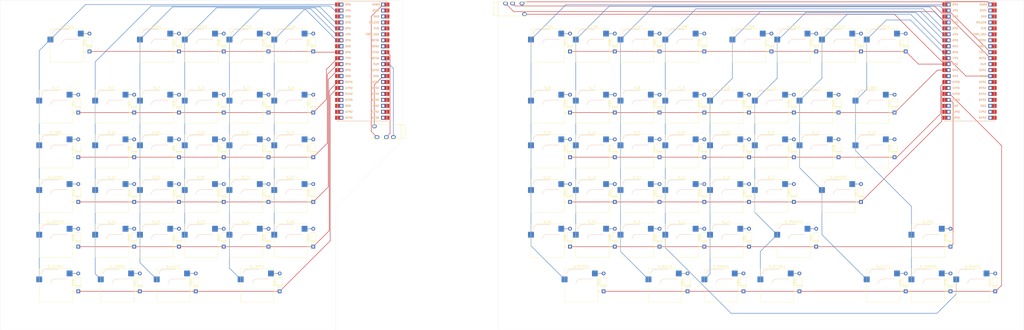
<source format=kicad_pcb>
(kicad_pcb (version 20240108) (generator "pcbnew") (generator_version "8.0")
  (layers (0 "F.Cu" signal) (31 "B.Cu" signal) (34 "B.Paste" user) (35 "F.Paste" user) (36 "B.SilkS" user "B.Silkscreen") (37 "F.SilkS" user "F.Silkscreen") (38 "B.Mask" user) (39 "F.Mask" user) (44 "Edge.Cuts" user))
  (net 0 "")
  (net 1 "Net-(D1-A)")
  (net 2 "L ROW1")
  (net 3 "Net-(D2-A)")
  (net 4 "Net-(D3-A)")
  (net 5 "Net-(D4-A)")
  (net 6 "Net-(D5-A)")
  (net 7 "Net-(D6-A)")
  (net 8 "Net-(D7-A)")
  (net 9 "L ROW2")
  (net 10 "Net-(D8-A)")
  (net 11 "Net-(D9-A)")
  (net 12 "Net-(D10-A)")
  (net 13 "Net-(D11-A)")
  (net 14 "Net-(D12-A)")
  (net 15 "L ROW3")
  (net 16 "Net-(D13-A)")
  (net 17 "Net-(D14-A)")
  (net 18 "Net-(D15-A)")
  (net 19 "Net-(D16-A)")
  (net 20 "Net-(D17-A)")
  (net 21 "Net-(D18-A)")
  (net 22 "Net-(D19-A)")
  (net 23 "L ROW5")
  (net 24 "Net-(D20-A)")
  (net 25 "Net-(D21-A)")
  (net 26 "Net-(D22-A)")
  (net 27 "Net-(D23-A)")
  (net 28 "Net-(D24-A)")
  (net 29 "Net-(D25-A)")
  (net 30 "L ROW0")
  (net 31 "Net-(D26-A)")
  (net 32 "Net-(D27-A)")
  (net 33 "Net-(D28-A)")
  (net 34 "Net-(D29-A)")
  (net 35 "Net-(D30-A)")
  (net 36 "Net-(D31-A)")
  (net 37 "Net-(D32-A)")
  (net 38 "R ROW1")
  (net 39 "Net-(D33-A)")
  (net 40 "Net-(D34-A)")
  (net 41 "Net-(D35-A)")
  (net 42 "Net-(D36-A)")
  (net 43 "Net-(D37-A)")
  (net 44 "Net-(D38-A)")
  (net 45 "Net-(D39-A)")
  (net 46 "Net-(D40-A)")
  (net 47 "Net-(D41-A)")
  (net 48 "R ROW2")
  (net 49 "Net-(D42-A)")
  (net 50 "Net-(D43-A)")
  (net 51 "Net-(D44-A)")
  (net 52 "Net-(D45-A)")
  (net 53 "Net-(D46-A)")
  (net 54 "Net-(D47-A)")
  (net 55 "Net-(D48-A)")
  (net 56 "Net-(D49-A)")
  (net 57 "R ROW3")
  (net 58 "Net-(D50-A)")
  (net 59 "Net-(D51-A)")
  (net 60 "Net-(D52-A)")
  (net 61 "Net-(D53-A)")
  (net 62 "Net-(D54-A)")
  (net 63 "Net-(D55-A)")
  (net 64 "Net-(D56-A)")
  (net 65 "R ROW5")
  (net 66 "Net-(D57-A)")
  (net 67 "Net-(D58-A)")
  (net 68 "Net-(D59-A)")
  (net 69 "Net-(D60-A)")
  (net 70 "Net-(D61-A)")
  (net 71 "Net-(D62-A)")
  (net 72 "Net-(D63-A)")
  (net 73 "Net-(D64-A)")
  (net 74 "Net-(D65-A)")
  (net 75 "Net-(D66-A)")
  (net 76 "Net-(D67-A)")
  (net 77 "R ROW0")
  (net 78 "Net-(D68-A)")
  (net 79 "Net-(D69-A)")
  (net 80 "Net-(D70-A)")
  (net 81 "Net-(D71-A)")
  (net 82 "Net-(D72-A)")
  (net 83 "Net-(D73-A)")
  (net 84 "Net-(D74-A)")
  (net 85 "Net-(D75-A)")
  (net 86 "Net-(D76-A)")
  (net 87 "Net-(D77-A)")
  (net 88 "Net-(D78-A)")
  (net 89 "L COL4")
  (net 90 "R COL5")
  (net 91 "R COL2")
  (net 92 "R COL6")
  (net 93 "R COL4")
  (net 94 "L COL1")
  (net 95 "L COL2")
  (net 96 "L COL3")
  (net 97 "L COL5")
  (net 98 "R COL0")
  (net 99 "R COL1")
  (net 100 "R COL7")
  (net 101 "L COL0")
  (net 106 "Net-(U1-GPIO26_ADC0)")
  (net 117 "Net-(U1-VBUS)")
  (net 119 "Net-(U3-SLEEVE)")
  (net 127 "Net-(U1-GPIO27_ADC1)")
  (net 142 "GND")
  (net 148 "R COL3")
  (net 149 "L ROW4")
  (net 150 "R ROW4")
  (net 151 "Net-(U2-GPIO27_ADC1)")
  (net 152 "unconnected-(U2-GND-Pad38)")
  (net 153 "Net-(U2-GPIO26_ADC0)")
  (net 154 "Net-(U4-SLEEVE)")
  (net 158 "Net-(U2-VBUS)")
  (footprint "Diode_THT:D_DO-35_SOD27_P7.62mm_Horizontal" (layer "F.Cu") (at 583.09575 231.14 90)
    (property "Reference" "D61")
    (property "Value" "Diode")
  )
  (footprint "Diode_THT:D_DO-35_SOD27_P7.62mm_Horizontal" (layer "F.Cu") (at 340.467 231.14 90)
    (property "Reference" "D21")
    (property "Value" "Diode")
  )
  (footprint "Diode_THT:D_DO-35_SOD27_P7.62mm_Horizontal" (layer "F.Cu") (at 359.517 147.955 90)
    (property "Reference" "D28")
    (property "Value" "Diode")
  )
  (footprint "Diode_THT:D_DO-35_SOD27_P7.62mm_Horizontal" (layer "F.Cu") (at 340.467 173.99 90)
    (property "Reference" "D3")
    (property "Value" "Diode")
  )
  (footprint "ScottoKeebs_MCU:Raspberry_Pi_Pico" (layer "F.Cu") (at 418.465 152.0825)
    (property "Reference" "U1" (hide yes))
    (property "Value" "Raspberry_Pi_Pico" (hide yes))
  )
  (footprint "Diode_THT:D_DO-35_SOD27_P7.62mm_Horizontal" (layer "F.Cu") (at 297.6045 173.99 90)
    (property "Reference" "D1")
    (property "Value" "Diode")
  )
  (footprint "Diode_THT:D_DO-35_SOD27_P7.62mm_Horizontal" (layer "F.Cu") (at 506.89575 231.14 90)
    (property "Reference" "D56")
    (property "Value" "Diode")
  )
  (footprint "Diode_THT:D_DO-35_SOD27_P7.62mm_Horizontal" (layer "F.Cu") (at 611.67075 147.955 90)
    (property "Reference" "D72")
    (property "Value" "Diode")
  )
  (footprint "ScottoKeebs_Components:TRRS_PJ-320A" (layer "F.Cu") (at 476.25 129.778125 90)
    (property "Reference" "U4")
    (property "Value" "TRRS")
  )
  (footprint "Diode_THT:D_DO-35_SOD27_P7.62mm_Horizontal" (layer "F.Cu") (at 378.567 231.14 90)
    (property "Reference" "D23")
    (property "Value" "Diode")
  )
  (footprint "ScottoKeebs_Hotswap:Hotswap_MX_1.25u" (layer "F.Cu") (at 338.07875 247.65)
    (property "Reference" "S_LALT1")
    (property "Value" "Keyswitch")
  )
  (footprint "ScottoKeebs_Hotswap:Hotswap_MX_1.00u" (layer "F.Cu") (at 311.885 209.55)
    (property "Reference" "S_A1")
    (property "Value" "Keyswitch")
  )
  (footprint "ScottoKeebs_Hotswap:Hotswap_MX_1.00u" (layer "F.Cu") (at 535.46375 145.415)
    (property "Reference" "S_FN7")
    (property "Value" "Keyswitch")
  )
  (footprint "Diode_THT:D_DO-35_SOD27_P7.62mm_Horizontal" (layer "F.Cu") (at 630.72075 212.09 90)
    (property "Reference" "D57")
    (property "Value" "Diode")
  )
  (footprint "ScottoKeebs_Hotswap:Hotswap_MX_1.00u" (layer "F.Cu") (at 535.46375 190.5)
    (property "Reference" "S_I1")
    (property "Value" "Keyswitch")
  )
  (footprint "ScottoKeebs_Hotswap:Hotswap_MX_1.00u" (layer "F.Cu") (at 659.28875 228.6)
    (property "Reference" "S_UP1")
    (property "Value" "Keyswitch")
  )
  (footprint "Diode_THT:D_DO-35_SOD27_P7.62mm_Horizontal" (layer "F.Cu") (at 621.19575 193.04 90)
    (property "Reference" "D48")
    (property "Value" "Diode")
  )
  (footprint "ScottoKeebs_Hotswap:Hotswap_MX_1.00u" (layer "F.Cu") (at 388.085 171.45)
    (property "Reference" "S_5")
    (property "Value" "Keyswitch")
  )
  (footprint "ScottoKeebs_Hotswap:Hotswap_MX_1.00u" (layer "F.Cu") (at 388.085 145.415)
    (property "Reference" "S_FN4")
    (property "Value" "Keyswitch")
  )
  (footprint "ScottoKeebs_Hotswap:Hotswap_MX_1.00u" (layer "F.Cu") (at 369.035 209.55)
    (property "Reference" "S_F1")
    (property "Value" "Keyswitch")
  )
  (footprint "Diode_THT:D_DO-35_SOD27_P7.62mm_Horizontal" (layer "F.Cu") (at 583.09575 193.04 90)
    (property "Reference" "D46")
    (property "Value" "Diode")
  )
  (footprint "ScottoKeebs_Hotswap:Hotswap_MX_1.00u" (layer "F.Cu") (at 311.885 228.6)
    (property "Reference" "S_Z1")
    (property "Value" "Keyswitch")
  )
  (footprint "ScottoKeebs_Hotswap:Hotswap_MX_1.00u" (layer "F.Cu") (at 592.61375 209.55)
    (property "Reference" "S_'1")
    (property "Value" "Keyswitch")
  )
  (footprint "ScottoKeebs_Hotswap:Hotswap_MX_1.25u" (layer "F.Cu") (at 314.26625 247.65)
    (property "Reference" "S_LMOD1")
    (property "Value" "Keyswitch")
  )
  (footprint "Diode_THT:D_DO-35_SOD27_P7.62mm_Horizontal" (layer "F.Cu") (at 323.79825 250.19 90)
    (property "Reference" "D31")
    (property "Value" "Diode")
  )
  (footprint "Diode_THT:D_DO-35_SOD27_P7.62mm_Horizontal" (layer "F.Cu") (at 645.00825 193.04 90)
    (property "Reference" "D49")
    (property "Value" "Diode")
  )
  (footprint "Diode_THT:D_DO-35_SOD27_P7.62mm_Horizontal" (layer "F.Cu") (at 297.6045 193.04 90)
    (property "Reference" "D7")
    (property "Value" "Diode")
  )
  (footprint "ScottoKeebs_Hotswap:Hotswap_MX_1.00u" (layer "F.Cu") (at 535.46375 228.6)
    (property "Reference" "S_,1")
    (property "Value" "Keyswitch")
  )
  (footprint "ScottoKeebs_Hotswap:Hotswap_MX_1.00u" (layer "F.Cu") (at 330.935 145.415)
    (property "Reference" "S_FN1")
    (property "Value" "Keyswitch")
  )
  (footprint "Diode_THT:D_DO-35_SOD27_P7.62mm_Horizontal" (layer "F.Cu") (at 602.14575 212.09 90)
    (property "Reference" "D55")
    (property "Value" "Diode")
  )
  (footprint "ScottoKeebs_Hotswap:Hotswap_MX_1.50u" (layer "F.Cu") (at 288.0725 171.45)
    (property "Reference" "S_`1")
    (property "Value" "Keyswitch")
  )
  (footprint "Diode_THT:D_DO-35_SOD27_P7.62mm_Horizontal" (layer "F.Cu") (at 544.99575 173.99 90)
    (property "Reference" "D36")
    (property "Value" "Diode")
  )
  (footprint "Diode_THT:D_DO-35_SOD27_P7.62mm_Horizontal" (layer "F.Cu") (at 583.09575 173.99 90)
    (property "Reference" "D38")
    (property "Value" "Diode")
  )
  (footprint "Diode_THT:D_DO-35_SOD27_P7.62mm_Horizontal" (layer "F.Cu") (at 506.89575 147.955 90)
    (property "Reference" "D67")
    (property "Value" "Diode")
  )
  (footprint "Diode_THT:D_DO-35_SOD27_P7.62mm_Horizontal" (layer "F.Cu") (at 321.417 231.14 90)
    (property "Reference" "D20")
    (property "Value" "Diode")
  )
  (footprint "ScottoKeebs_Hotswap:Hotswap_MX_1.00u" (layer "F.Cu") (at 369.035 190.5)
    (property "Reference" "S_R1")
    (property "Value" "Keyswitch")
  )
  (footprint "ScottoKeebs_Hotswap:Hotswap_MX_1.00u" (layer "F.Cu") (at 583.08875 145.415)
    (property "Reference" "S_FN9")
    (property "Value" "Keyswitch")
  )
  (footprint "ScottoKeebs_Hotswap:Hotswap_MX_1.00u" (layer "F.Cu") (at 554.51375 145.415)
    (property "Reference" "S_FN8")
    (property "Value" "Keyswitch")
  )
  (footprint "ScottoKeebs_Hotswap:Hotswap_MX_1.00u" (layer "F.Cu") (at 611.66375 190.5)
    (property "Reference" "S_]1")
    (property "Value" "Keyswitch")
  )
  (footprint "ScottoKeebs_Hotswap:Hotswap_MX_1.00u" (layer "F.Cu") (at 369.035 171.45)
    (property "Reference" "S_4")
    (property "Value" "Keyswitch")
  )
  (footprint "ScottoKeebs_Hotswap:Hotswap_MX_1.00u" (layer "F.Cu") (at 369.035 145.415)
    (property "Reference" "S_FN3")
    (property "Value" "Keyswitch")
  )
  (footprint "ScottoKeebs_Hotswap:Hotswap_MX_1.00u" (layer "F.Cu") (at 602.13875 145.415)
    (property "Reference" "S_FN10")
    (property "Value" "Keyswitch")
  )
  (footprint "Diode_THT:D_DO-35_SOD27_P7.62mm_Horizontal" (layer "F.Cu") (at 521.18325 250.19 90)
    (property "Reference" "D63")
    (property "Value" "Diode")
  )
  (footprint "ScottoKeebs_Hotswap:Hotswap_MX_1.00u" (layer "F.Cu") (at 573.56375 171.45)
    (property "Reference" "S_0")
    (property "Value" "Keyswitch")
  )
  (footprint "Diode_THT:D_DO-35_SOD27_P7.62mm_Horizontal" (layer "F.Cu") (at 506.89575 193.04 90)
    (property "Reference" "D42")
    (property "Value" "Diode")
  )
  (footprint "ScottoKeebs_Hotswap:Hotswap_MX_1.00u" (layer "F.Cu") (at 330.935 209.55)
    (property "Reference" "S_S1")
    (property "Value" "Keyswitch")
  )
  (footprint "Diode_THT:D_DO-35_SOD27_P7.62mm_Horizontal" (layer "F.Cu") (at 340.467 193.04 90)
    (property "Reference" "D9")
    (property "Value" "Diode")
  )
  (footprint "ScottoKeebs_Hotswap:Hotswap_MX_1.00u" (layer "F.Cu") (at 349.985 228.6)
    (property "Reference" "S_C1")
    (property "Value" "Keyswitch")
  )
  (footprint "Diode_THT:D_DO-35_SOD27_P7.62mm_Horizontal" (layer "F.Cu") (at 525.94575 147.955 90)
    (property "Reference" "D68")
    (property "Value" "Diode")
  )
  (footprint "Diode_THT:D_DO-35_SOD27_P7.62mm_Horizontal" (layer "F.Cu") (at 564.04575 231.14 90)
    (property "Reference" "D60")
    (property "Value" "Diode")
  )
  (footprint "Diode_THT:D_DO-35_SOD27_P7.62mm_Horizontal" (layer "F.Cu") (at 347.61075 250.19 90)
    (property "Reference" "D32")
    (property "Value" "Diode")
  )
  (footprint "Diode_THT:D_DO-35_SOD27_P7.62mm_Horizontal" (layer "F.Cu") (at 397.617 173.99 90)
    (property "Reference" "D6")
    (property "Value" "Diode")
  )
  (footprint "Diode_THT:D_DO-35_SOD27_P7.62mm_Horizontal" (layer "F.Cu") (at 321.417 173.99 90)
    (property "Reference" "D2")
    (property "Value" "Diode")
  )
  (footprint "Diode_THT:D_DO-35_SOD27_P7.62mm_Horizontal" (layer "F.Cu") (at 544.99575 212.09 90)
    (property "Reference" "D52")
    (property "Value" "Diode")
  )
  (footprint "Diode_THT:D_DO-35_SOD27_P7.62mm_Horizontal" (layer "F.Cu") (at 359.517 173.99 90)
    (property "Reference" "D4")
    (property "Value" "Diode")
  )
  (footprint "Diode_THT:D_DO-35_SOD27_P7.62mm_Horizontal" (layer "F.Cu") (at 564.04575 173.99 90)
    (property "Reference" "D37")
    (property "Value" "Diode")
  )
  (footprint "ScottoKeebs_Hotswap:Hotswap_MX_1.00u" (layer "F.Cu") (at 349.985 171.45)
    (property "Reference" "S_3")
    (property "Value" "Keyswitch")
  )
  (footprint "Diode_THT:D_DO-35_SOD27_P7.62mm_Horizontal" (layer "F.Cu") (at 525.94575 193.04 90)
    (property "Reference" "D43")
    (property "Value" "Diode")
  )
  (footprint "ScottoKeebs_Hotswap:Hotswap_MX_1.00u" (layer "F.Cu") (at 311.885 171.45)
    (property "Reference" "S_1")
    (property "Value" "Keyswitch")
  )
  (footprint "ScottoKeebs_Hotswap:Hotswap_MX_1.00u" (layer "F.Cu") (at 516.41375 190.5)
    (property "Reference" "S_U1")
    (property "Value" "Keyswitch")
  )
  (footprint "ScottoKeebs_Hotswap:Hotswap_MX_1.25u" (layer "F.Cu") (at 571.1825 247.65)
    (property "Reference" "S_RMOD1")
    (property "Value" "Keyswitch")
  )
  (footprint "ScottoKeebs_Hotswap:Hotswap_MX_1.00u" (layer "F.Cu") (at 369.035 228.6)
    (property "Reference" "S_V1")
    (property "Value" "Keyswitch")
  )
  (footprint "Diode_THT:D_DO-35_SOD27_P7.62mm_Horizontal" (layer "F.Cu") (at 556.902 250.19 90)
    (property "Reference" "D64")
    (property "Value" "Diode")
  )
  (footprint "ScottoKeebs_Hotswap:Hotswap_MX_1.00u" (layer "F.Cu") (at 497.36375 209.55)
    (property "Reference" "S_H1")
    (property "Value" "Keyswitch")
  )
  (footprint "ScottoKeebs_Hotswap:Hotswap_MX_1.00u" (layer "F.Cu") (at 611.66375 171.45)
    (property "Reference" "S_-1")
    (property "Value" "Keyswitch")
  )
  (footprint "ScottoKeebs_Hotswap:Hotswap_MX_1.00u" (layer "F.Cu") (at 592.61375 190.5)
    (property "Reference" "S_[1")
    (property "Value" "Keyswitch")
  )
  (footprint "ScottoKeebs_Hotswap:Hotswap_MX_1.00u" (layer "F.Cu") (at 678.33875 247.65)
    (property "Reference" "S_RIGHT1")
    (property "Value" "Keyswitch")
  )
  (footprint "ScottoKeebs_Hotswap:Hotswap_MX_1.00u" (layer "F.Cu") (at 516.41375 228.6)
    (property "Reference" "S_M1")
    (property "Value" "Keyswitch")
  )
  (footprint "Diode_THT:D_DO-35_SOD27_P7.62mm_Horizontal" (layer "F.Cu") (at 687.87075 250.19 90)
    (property "Reference" "D77")
    (property "Value" "Diode")
  )
  (footprint "ScottoKeebs_Hotswap:Hotswap_MX_1.00u" (layer "F.Cu") (at 330.935 228.6)
    (property "Reference" "S_X1")
    (property "Value" "Keyswitch")
  )
  (footprint "Diode_THT:D_DO-35_SOD27_P7.62mm_Horizontal" (layer "F.Cu") (at 302.367 147.955 90)
    (property "Reference" "D25")
    (property "Value" "Diode")
  )
  (footprint "Diode_THT:D_DO-35_SOD27_P7.62mm_Horizontal" (layer "F.Cu") (at 297.6045 250.19 90)
    (property "Reference" "D26")
    (property "Value" "Diode")
  )
  (footprint "ScottoKeebs_Hotswap:Hotswap_MX_1.00u" (layer "F.Cu") (at 640.23875 247.65)
    (property "Reference" "S_LEFT1")
    (property "Value" "Keyswitch")
  )
  (footprint "ScottoKeebs_Hotswap:Hotswap_MX_1.00u" (layer "F.Cu") (at 621.18875 145.415)
    (property "Reference" "S_FN11")
    (property "Value" "Keyswitch")
  )
  (footprint "Diode_THT:D_DO-35_SOD27_P7.62mm_Horizontal" (layer "F.Cu") (at 564.04575 147.955 90)
    (property "Reference" "D70")
    (property "Value" "Diode")
  )
  (footprint "Diode_THT:D_DO-35_SOD27_P7.62mm_Horizontal" (layer "F.Cu") (at 592.62075 147.955 90)
    (property "Reference" "D71")
    (property "Value" "Diode")
  )
  (footprint "Diode_THT:D_DO-35_SOD27_P7.62mm_Horizontal" (layer "F.Cu") (at 506.89575 173.99 90)
    (property "Reference" "D33")
    (property "Value" "Diode")
  )
  (footprint "Diode_THT:D_DO-35_SOD27_P7.62mm_Horizontal" (layer "F.Cu") (at 321.417 193.04 90)
    (property "Reference" "D8")
    (property "Value" "Diode")
  )
  (footprint "Diode_THT:D_DO-35_SOD27_P7.62mm_Horizontal" (layer "F.Cu") (at 564.04575 193.04 90)
    (property "Reference" "D45")
    (property "Value" "Diode")
  )
  (footprint "ScottoKeebs_Hotswap:Hotswap_MX_1.00u" (layer "F.Cu") (at 573.56375 209.55)
    (property "Reference" "S_;1")
    (property "Value" "Keyswitch")
  )
  (footprint "Diode_THT:D_DO-35_SOD27_P7.62mm_Horizontal" (layer "F.Cu") (at 525.94575 231.14 90)
    (property "Reference" "D58")
    (property "Value" "Diode")
  )
  (footprint "ScottoKeebs_Hotswap:Hotswap_MX_1.00u" (layer "F.Cu") (at 330.935 190.5)
    (property "Reference" "S_W1")
    (property "Value" "Keyswitch")
  )
  (footprint "Diode_THT:D_DO-35_SOD27_P7.62mm_Horizontal" (layer "F.Cu") (at 544.99575 147.955 90)
    (property "Reference" "D69")
    (property "Value" "Diode")
  )
  (footprint "Diode_THT:D_DO-35_SOD27_P7.62mm_Horizontal" (layer "F.Cu") (at 378.567 193.04 90)
    (property "Reference" "D11")
    (property "Value" "Diode")
  )
  (footprint "ScottoKeebs_Hotswap:Hotswap_MX_1.00u" (layer "F.Cu") (at 516.41375 171.45)
    (property "Reference" "S_7")
    (property "Value" "Keyswitch")
  )
  (footprint "Diode_THT:D_DO-35_SOD27_P7.62mm_Horizontal" (layer "F.Cu") (at 378.567 212.09 90)
    (property "Reference" "D17")
    (property "Value" "Diode")
  )
  (footprint "ScottoKeebs_Hotswap:Hotswap_MX_1.00u" (layer "F.Cu") (at 349.985 209.55)
    (property "Reference" "S_D1")
    (property "Value" "Keyswitch")
  )
  (footprint "Diode_THT:D_DO-35_SOD27_P7.62mm_Horizontal" (layer "F.Cu") (at 604.527 250.19 90)
    (property "Reference" "D66")
    (property "Value" "Diode")
  )
  (footprint "Diode_THT:D_DO-35_SOD27_P7.62mm_Horizontal" (layer "F.Cu") (at 668.82075 250.19 90)
    (property "Reference" "D76")
    (property "Value" "Diode")
  )
  (footprint "ScottoKeebs_Hotswap:Hotswap_MX_2.50u" (layer "F.Cu") (at 373.7975 247.65)
    (property "Reference" "S_LSPC1")
    (property "Value" "Keyswitch")
  )
  (footprint "ScottoKeebs_Components:TRRS_PJ-320A" (layer "F.Cu") (at 434.928125 182.165625 -90)
    (property "Reference" "U3")
    (property "Value" "TRRS")
  )
  (footprint "ScottoKeebs_Hotswap:Hotswap_MX_1.00u" (layer "F.Cu") (at 497.36375 228.6)
    (property "Reference" "S_N1")
    (property "Value" "Keyswitch")
  )
  (footprint "Diode_THT:D_DO-35_SOD27_P7.62mm_Horizontal" (layer "F.Cu") (at 668.82075 231.14 90)
    (property "Reference" "D78")
    (property "Value" "Diode")
  )
  (footprint "ScottoKeebs_Hotswap:Hotswap_MX_1.00u" (layer "F.Cu") (at 388.085 209.55)
    (property "Reference" "S_G1")
    (property "Value" "Keyswitch")
  )
  (footprint "ScottoKeebs_Hotswap:Hotswap_MX_1.00u" (layer "F.Cu") (at 554.51375 171.45)
    (property "Reference" "S_9")
    (property "Value" "Keyswitch")
  )
  (footprint "Diode_THT:D_DO-35_SOD27_P7.62mm_Horizontal" (layer "F.Cu") (at 397.617 147.955 90)
    (property "Reference" "D30")
    (property "Value" "Diode")
  )
  (footprint "ScottoKeebs_Hotswap:Hotswap_MX_1.00u" (layer "F.Cu") (at 497.36375 190.5)
    (property "Reference" "S_Y1")
    (property "Value" "Keyswitch")
  )
  (footprint "Diode_THT:D_DO-35_SOD27_P7.62mm_Horizontal" (layer "F.Cu") (at 378.567 173.99 90)
    (property "Reference" "D5")
    (property "Value" "Diode")
  )
  (footprint "ScottoKeebs_Hotswap:Hotswap_MX_1.00u" (layer "F.Cu") (at 659.28875 247.65)
    (property "Reference" "S_DOWN2")
    (property "Value" "Keyswitch")
  )
  (footprint "ScottoKeebs_Hotswap:Hotswap_MX_1.00u" (layer "F.Cu") (at 640.23875 145.415)
    (property "Reference" "S_FN12")
    (property "Value" "Keyswitch")
  )
  (footprint "Diode_THT:D_DO-35_SOD27_P7.62mm_Horizontal" (layer "F.Cu") (at 649.77075 147.955 90)
    (property "Reference" "D74")
    (property "Value" "Diode")
  )
  (footprint "Diode_THT:D_DO-35_SOD27_P7.62mm_Horizontal" (layer "F.Cu") (at 602.14575 173.99 90)
    (property "Reference" "D39")
    (property "Value" "Diode")
  )
  (footprint "Diode_THT:D_DO-35_SOD27_P7.62mm_Horizontal" (layer "F.Cu") (at 611.67075 231.14 90)
    (property "Reference" "D62")
    (property "Value" "Diode")
  )
  (footprint "Diode_THT:D_DO-35_SOD27_P7.62mm_Horizontal" (layer "F.Cu") (at 544.99575 231.14 90)
    (property "Reference" "D59")
    (property "Value" "Diode")
  )
  (footprint "ScottoKeebs_Hotswap:Hotswap_MX_1.00u" (layer "F.Cu") (at 497.36375 171.45)
    (property "Reference" "S_6")
    (property "Value" "Keyswitch")
  )
  (footprint "Diode_THT:D_DO-35_SOD27_P7.62mm_Horizontal" (layer "F.Cu") (at 506.89575 212.09 90)
    (property "Reference" "D50")
    (property "Value" "Diode")
  )
  (footprint "Diode_THT:D_DO-35_SOD27_P7.62mm_Horizontal" (layer "F.Cu") (at 321.417 212.09 90)
    (property "Reference" "D14")
    (property "Value" "Diode")
  )
  (footprint "ScottoKeebs_Hotswap:Hotswap_MX_1.00u" (layer "F.Cu") (at 535.46375 209.55)
    (property "Reference" "S_K1")
    (property "Value" "Keyswitch")
  )
  (footprint "ScottoKeebs_Hotswap:Hotswap_MX_1.50u" (layer "F.Cu") (at 635.47625 190.5)
    (property "Reference" "S_\\1")
    (property "Value" "Keyswitch")
  )
  (footprint "Diode_THT:D_DO-35_SOD27_P7.62mm_Horizontal" (layer "F.Cu") (at 359.517 231.14 90)
    (property "Reference" "D22")
    (property "Value" "Diode")
  )
  (footprint "ScottoKeebs_MCU:Raspberry_Pi_Pico" (layer "F.Cu") (at 676.91 152.0825)
    (property "Reference" "U2" (hide yes))
    (property "Value" "Raspberry_Pi_Pico" (hide yes))
  )
  (footprint "Diode_THT:D_DO-35_SOD27_P7.62mm_Horizontal" (layer "F.Cu") (at 340.467 212.09 90)
    (property "Reference" "D15")
    (property "Value" "Diode")
  )
  (footprint "ScottoKeebs_Hotswap:Hotswap_MX_1.00u" (layer "F.Cu") (at 554.51375 190.5)
    (property "Reference" "S_O1")
    (property "Value" "Keyswitch")
  )
  (footprint "Diode_THT:D_DO-35_SOD27_P7.62mm_Horizontal" (layer "F.Cu") (at 621.19575 173.99 90)
    (property "Reference" "D40")
    (property "Value" "Diode")
  )
  (footprint "Diode_THT:D_DO-35_SOD27_P7.62mm_Horizontal" (layer "F.Cu") (at 649.77075 250.19 90)
    (property "Reference" "D75")
    (property "Value" "Diode")
  )
  (footprint "Diode_THT:D_DO-35_SOD27_P7.62mm_Horizontal" (layer "F.Cu") (at 383.3295 250.19 90)
    (property "Reference" "D34")
    (property "Value" "Diode")
  )
  (footprint "ScottoKeebs_Hotswap:Hotswap_MX_1.25u" (layer "F.Cu") (at 594.995 247.65)
    (property "Reference" "S_RCTRL1")
    (property "Value" "Keyswitch")
  )
  (footprint "ScottoKeebs_Hotswap:Hotswap_MX_2.50u" (layer "F.Cu") (at 511.65125 247.65)
    (property "Reference" "S_RSPC1")
    (property "Value" "Keyswitch")
  )
  (footprint "Diode_THT:D_DO-35_SOD27_P7.62mm_Horizontal" (layer "F.Cu") (at 378.567 147.955 90)
    (property "Reference" "D29")
    (property "Value" "Diode")
  )
  (footprint "Diode_THT:D_DO-35_SOD27_P7.62mm_Horizontal" (layer "F.Cu") (at 297.6045 212.09 90)
    (property "Reference" "D13")
    (property "Value" "Diode")
  )
  (footprint "Diode_THT:D_DO-35_SOD27_P7.62mm_Horizontal" (layer "F.Cu") (at 580.7145 250.19 90)
    (property "Reference" "D65")
    (property "Value" "Diode")
  )
  (footprint "ScottoKeebs_Hotswap:Hotswap_MX_1.50u" (layer "F.Cu") (at 288.0725 247.65)
    (property "Reference" "S_LCTRL1")
    (property "Value" "Keyswitch")
  )
  (footprint "ScottoKeebs_Hotswap:Hotswap_MX_1.00u" (layer "F.Cu") (at 516.41375 209.55)
    (property "Reference" "S_J1")
    (property "Value" "Keyswitch")
  )
  (footprint "ScottoKeebs_Hotswap:Hotswap_MX_1.50u" (layer "F.Cu") (at 635.47625 171.45)
    (property "Reference" "S_BS1")
    (property "Value" "Keyswitch")
  )
  (footprint "ScottoKeebs_Hotswap:Hotswap_MX_1.50u" (layer "F.Cu") (at 288.0725 228.6)
    (property "Reference" "S_LSHIFT1")
    (property "Value" "Keyswitch")
  )
  (footprint "ScottoKeebs_Hotswap:Hotswap_MX_1.00u" (layer "F.Cu") (at 330.935 171.45)
    (property "Reference" "S_2")
    (property "Value" "Keyswitch")
  )
  (footprint "ScottoKeebs_Hotswap:Hotswap_MX_1.00u" (layer "F.Cu") (at 497.36375 145.415)
    (property "Reference" "S_FN5")
    (property "Value" "Keyswitch")
  )
  (footprint "ScottoKeebs_Hotswap:Hotswap_MX_1.00u" (layer "F.Cu") (at 349.985 145.415)
    (property "Reference" "S_FN2")
    (property "Value" "Keyswitch")
  )
  (footprint "Diode_THT:D_DO-35_SOD27_P7.62mm_Horizontal" (layer "F.Cu") (at 602.14575 193.04 90)
    (property "Reference" "D47")
    (property "Value" "Diode")
  )
  (footprint "Diode_THT:D_DO-35_SOD27_P7.62mm_Horizontal" (layer "F.Cu") (at 525.94575 212.09 90)
    (property "Reference" "D51")
    (property "Value" "Diode")
  )
  (footprint "ScottoKeebs_Hotswap:Hotswap_MX_1.00u" (layer "F.Cu") (at 388.085 228.6)
    (property "Reference" "S_B1")
    (property "Value" "Keyswitch")
  )
  (footprint "ScottoKeebs_Hotswap:Hotswap_MX_2.00u" (layer "F.Cu") (at 292.835 145.415)
    (property "Reference" "S_ESC1")
    (property "Value" "Keyswitch")
  )
  (footprint "Diode_THT:D_DO-35_SOD27_P7.62mm_Horizontal" (layer "F.Cu") (at 397.617 231.14 90)
    (property "Reference" "D24")
    (property "Value" "Diode")
  )
  (footprint "Diode_THT:D_DO-35_SOD27_P7.62mm_Horizontal" (layer "F.Cu") (at 359.517 212.09 90)
    (property "Reference" "D16")
    (property "Value" "Diode")
  )
  (footprint "ScottoKeebs_Hotswap:Hotswap_MX_1.00u" (layer "F.Cu") (at 554.51375 228.6)
    (property "Reference" "S_.1")
    (property "Value" "Keyswitch")
  )
  (footprint "Diode_THT:D_DO-35_SOD27_P7.62mm_Horizontal" (layer "F.Cu") (at 583.09575 212.09 90)
    (property "Reference" "D54")
    (property "Value" "Diode")
  )
  (footprint "Diode_THT:D_DO-35_SOD27_P7.62mm_Horizontal" (layer "F.Cu") (at 340.467 147.955 90)
    (property "Reference" "D27")
    (property "Value" "Diode")
  )
  (footprint "ScottoKeebs_Hotswap:Hotswap_MX_1.00u" (layer "F.Cu") (at 573.56375 190.5)
    (property "Reference" "S_P1")
    (property "Value" "Keyswitch")
  )
  (footprint "Diode_THT:D_DO-35_SOD27_P7.62mm_Horizontal" (layer "F.Cu") (at 397.617 193.04 90)
    (property "Reference" "D12")
    (property "Value" "Diode")
  )
  (footprint "Diode_THT:D_DO-35_SOD27_P7.62mm_Horizontal" (layer "F.Cu") (at 544.99575 193.04 90)
    (property "Reference" "D44")
    (property "Value" "Diode")
  )
  (footprint "Diode_THT:D_DO-35_SOD27_P7.62mm_Horizontal" (layer "F.Cu") (at 645.00825 173.99 90)
    (property "Reference" "D41")
    (property "Value" "Diode")
  )
  (footprint "ScottoKeebs_Hotswap:Hotswap_MX_1.00u" (layer "F.Cu") (at 554.51375 209.55)
    (property "Reference" "S_L1")
    (property "Value" "Keyswitch")
  )
  (footprint "Diode_THT:D_DO-35_SOD27_P7.62mm_Horizontal" (layer "F.Cu") (at 397.617 212.09 90)
    (property "Reference" "D18")
    (property "Value" "Diode")
  )
  (footprint "ScottoKeebs_Hotswap:Hotswap_MX_1.50u" (layer "F.Cu") (at 288.0725 209.55)
    (property "Reference" "S_CAPS1")
    (property "Value" "Keyswitch")
  )
  (footprint "ScottoKeebs_Hotswap:Hotswap_MX_2.00u" (layer "F.Cu") (at 602.13875 228.6)
    (property "Reference" "S_RSHIFT1")
    (property "Value" "Keyswitch")
  )
  (footprint "ScottoKeebs_Hotswap:Hotswap_MX_1.00u" (layer "F.Cu") (at 592.61375 171.45)
    (property "Reference" "S_+1")
    (property "Value" "Keyswitch")
  )
  (footprint "ScottoKeebs_Hotswap:Hotswap_MX_1.00u" (layer "F.Cu") (at 573.56375 228.6)
    (property "Reference" "S_/1")
    (property "Value" "Keyswitch")
  )
  (footprint "ScottoKeebs_Hotswap:Hotswap_MX_2.00u" (layer "F.Cu") (at 621.18875 209.55)
    (property "Reference" "S_ENTER1")
    (property "Value" "Keyswitch")
  )
  (footprint "Diode_THT:D_DO-35_SOD27_P7.62mm_Horizontal" (layer "F.Cu") (at 297.6045 231.14 90)
    (property "Reference" "D19")
    (property "Value" "Diode")
  )
  (footprint "ScottoKeebs_Hotswap:Hotswap_MX_1.00u" (layer "F.Cu") (at 535.46375 171.45)
    (property "Reference" "S_8")
    (property "Value" "Keyswitch")
  )
  (footprint "ScottoKeebs_Hotswap:Hotswap_MX_1.00u" (layer "F.Cu") (at 349.985 190.5)
    (property "Reference" "S_E1")
    (property "Value" "Keyswitch")
  )
  (footprint "Diode_THT:D_DO-35_SOD27_P7.62mm_Horizontal" (layer "F.Cu") (at 359.517 193.04 90)
    (property "Reference" "D10")
    (property "Value" "Diode")
  )
  (footprint "ScottoKeebs_Hotswap:Hotswap_MX_1.50u" (layer "F.Cu") (at 288.0725 190.5)
    (property "Reference" "S_TAB1")
    (property "Value" "Keyswitch")
  )
  (footprint "ScottoKeebs_Hotswap:Hotswap_MX_1.25u" (layer "F.Cu") (at 547.37 247.65)
    (property "Reference" "S_RALT1")
    (property "Value" "Keyswitch")
  )
  (footprint "Diode_THT:D_DO-35_SOD27_P7.62mm_Horizontal" (layer "F.Cu") (at 630.72075 147.955 90)
    (property "Reference" "D73")
    (property "Value" "Diode")
  )
  (footprint "Diode_THT:D_DO-35_SOD27_P7.62mm_Horizontal" (layer "F.Cu") (at 525.94575 173.99 90)
    (property "Reference" "D35")
    (property "Value" "Diode")
  )
  (footprint "Diode_THT:D_DO-35_SOD27_P7.62mm_Horizontal" (layer "F.Cu") (at 564.04575 212.09 90)
    (property "Reference" "D53")
    (property "Value" "Diode")
  )
  (footprint "ScottoKeebs_Hotswap:Hotswap_MX_1.00u" (layer "F.Cu") (at 388.085 190.5)
    (property "Reference" "S_T1")
    (property "Value" "Keyswitch")
  )
  (footprint "ScottoKeebs_Hotswap:Hotswap_MX_1.00u" (layer "F.Cu") (at 311.885 190.5)
    (property "Reference" "S_Q1")
    (property "Value" "Keyswitch")
  )
  (footprint "ScottoKeebs_Hotswap:Hotswap_MX_1.00u" (layer "F.Cu") (at 516.41375 145.415)
    (property "Reference" "S_FN6")
    (property "Value" "Keyswitch")
  )
  (gr_line (start 264.31875 126.20625) (end 435.76875 126.20625) (stroke (width 0.05)) (layer "Edge.Cuts"))
  (gr_line (start 700.0875 126.20625) (end 700.0875 266.7) (stroke (width 0.05)) (layer "Edge.Cuts"))
  (gr_line (start 435.76875 185.7375) (end 407.19375 214.3125) (stroke (width 0.05)) (layer "Edge.Cuts"))
  (gr_line (start 476.25 266.7) (end 700.0875 266.7) (stroke (width 0.05)) (layer "Edge.Cuts"))
  (gr_line (start 264.31875 266.7) (end 264.31875 126.20625) (stroke (width 0.05)) (layer "Edge.Cuts"))
  (gr_line (start 407.19375 266.7) (end 407.19375 214.3125) (stroke (width 0.05)) (layer "Edge.Cuts"))
  (gr_line (start 700.0875 126.20625) (end 476.25 126.20625) (stroke (width 0.05)) (layer "Edge.Cuts"))
  (gr_line (start 435.76875 126.20625) (end 435.76875 185.7375) (stroke (width 0.05)) (layer "Edge.Cuts"))
  (gr_line (start 476.25 126.20625) (end 476.25 266.7) (stroke (width 0.05)) (layer "Edge.Cuts"))
  (gr_line (start 407.19375 266.7) (end 264.31875 266.7) (stroke (width 0.05)) (layer "Edge.Cuts"))
  (segment (start 293.9145 166.37) (end 297.6045 166.37) (width 0.2) (layer "B.Cu") (net 1))
  (segment (start 403.2125 168.3945) (end 403.2125 155.615) (width 0.2) (layer "F.Cu") (net 2))
  (segment (start 297.6045 173.99) (end 397.617 173.99) (width 0.2) (layer "F.Cu") (net 2))
  (segment (start 397.617 173.99) (end 403.2125 168.3945) (width 0.2) (layer "F.Cu") (net 2))
  (segment (start 408.015 150.8125) (end 409.575 150.8125) (width 0.2) (layer "F.Cu") (net 2))
  (segment (start 403.2125 155.615) (end 408.015 150.8125) (width 0.2) (layer "F.Cu") (net 2))
  (segment (start 321.417 166.37) (end 317.727 166.37) (width 0.2) (layer "B.Cu") (net 3))
  (segment (start 340.467 166.37) (end 336.777 166.37) (width 0.2) (layer "B.Cu") (net 4))
  (segment (start 355.827 166.37) (end 359.517 166.37) (width 0.2) (layer "B.Cu") (net 5))
  (segment (start 374.877 166.37) (end 378.567 166.37) (width 0.2) (layer "B.Cu") (net 6))
  (segment (start 393.927 166.37) (end 397.617 166.37) (width 0.2) (layer "B.Cu") (net 7))
  (segment (start 297.6045 185.42) (end 293.9145 185.42) (width 0.2) (layer "B.Cu") (net 8))
  (segment (start 409.575 153.3525) (end 408.015 153.3525) (width 0.2) (layer "F.Cu") (net 9))
  (segment (start 397.617 193.04) (end 403.6125 187.0445) (width 0.2) (layer "F.Cu") (net 9))
  (segment (start 408.015 153.3525) (end 403.6125 157.755) (width 0.2) (layer "F.Cu") (net 9))
  (segment (start 403.6125 187.0445) (end 403.6125 157.755) (width 0.2) (layer "F.Cu") (net 9))
  (segment (start 397.617 193.04) (end 297.6045 193.04) (width 0.2) (layer "F.Cu") (net 9))
  (segment (start 321.417 185.42) (end 317.727 185.42) (width 0.2) (layer "B.Cu") (net 10))
  (segment (start 340.467 185.42) (end 336.777 185.42) (width 0.2) (layer "B.Cu") (net 11))
  (segment (start 355.827 185.42) (end 359.517 185.42) (width 0.2) (layer "B.Cu") (net 12))
  (segment (start 378.567 185.42) (end 374.877 185.42) (width 0.2) (layer "B.Cu") (net 13))
  (segment (start 397.617 185.42) (end 393.927 185.42) (width 0.2) (layer "B.Cu") (net 14))
  (segment (start 408.015 155.8925) (end 409.575 155.8925) (width 0.2) (layer "F.Cu") (net 15))
  (segment (start 404.0125 159.895) (end 408.015 155.8925) (width 0.2) (layer "F.Cu") (net 15))
  (segment (start 397.617 212.09) (end 404.0125 205.6945) (width 0.2) (layer "F.Cu") (net 15))
  (segment (start 404.0125 205.6945) (end 404.0125 159.895) (width 0.2) (layer "F.Cu") (net 15))
  (segment (start 297.6045 212.09) (end 397.617 212.09) (width 0.2) (layer "F.Cu") (net 15))
  (segment (start 293.9145 204.47) (end 297.6045 204.47) (width 0.2) (layer "B.Cu") (net 16))
  (segment (start 317.727 204.47) (end 321.417 204.47) (width 0.2) (layer "B.Cu") (net 17))
  (segment (start 340.467 204.47) (end 336.777 204.47) (width 0.2) (layer "B.Cu") (net 18))
  (segment (start 359.517 204.47) (end 355.827 204.47) (width 0.2) (layer "B.Cu") (net 19))
  (segment (start 378.567 204.47) (end 374.877 204.47) (width 0.2) (layer "B.Cu") (net 20))
  (segment (start 397.617 204.47) (end 393.927 204.47) (width 0.2) (layer "B.Cu") (net 21))
  (segment (start 297.6045 223.52) (end 293.9145 223.52) (width 0.2) (layer "B.Cu") (net 22))
  (segment (start 297.6045 250.19) (end 383.3295 250.19) (width 0.2) (layer "F.Cu") (net 23))
  (segment (start 404.8125 166.6875) (end 407.9875 163.5125) (width 0.2) (layer "F.Cu") (net 23))
  (segment (start 404.8125 228.707) (end 404.8125 166.6875) (width 0.2) (layer "F.Cu") (net 23))
  (segment (start 407.9875 163.5125) (end 409.575 163.5125) (width 0.2) (layer "F.Cu") (net 23))
  (segment (start 383.3295 250.19) (end 404.8125 228.707) (width 0.2) (layer "F.Cu") (net 23))
  (segment (start 321.417 223.52) (end 317.727 223.52) (width 0.2) (layer "B.Cu") (net 24))
  (segment (start 340.467 223.52) (end 336.777 223.52) (width 0.2) (layer "B.Cu") (net 25))
  (segment (start 359.517 223.52) (end 355.827 223.52) (width 0.2) (layer "B.Cu") (net 26))
  (segment (start 378.567 223.52) (end 374.877 223.52) (width 0.2) (layer "B.Cu") (net 27))
  (segment (start 393.927 223.52) (end 397.617 223.52) (width 0.2) (layer "B.Cu") (net 28))
  (segment (start 302.367 140.335) (end 298.677 140.335) (width 0.2) (layer "B.Cu") (net 29))
  (segment (start 409.575 148.2725) (end 397.9345 148.2725) (width 0.2) (layer "F.Cu") (net 30))
  (segment (start 302.367 147.955) (end 397.617 147.955) (width 0.2) (layer "F.Cu") (net 30))
  (segment (start 397.9345 148.2725) (end 397.617 147.955) (width 0.2) (layer "F.Cu") (net 30))
  (segment (start 297.6045 242.57) (end 293.9145 242.57) (width 0.2) (layer "B.Cu") (net 31))
  (segment (start 340.467 140.335) (end 336.777 140.335) (width 0.2) (layer "B.Cu") (net 32))
  (segment (start 359.517 140.335) (end 355.827 140.335) (width 0.2) (layer "B.Cu") (net 33))
  (segment (start 378.567 140.335) (end 374.877 140.335) (width 0.2) (layer "B.Cu") (net 34))
  (segment (start 397.617 140.335) (end 393.927 140.335) (width 0.2) (layer "B.Cu") (net 35))
  (segment (start 323.79825 242.57) (end 320.10825 242.57) (width 0.2) (layer "B.Cu") (net 36))
  (segment (start 347.61075 242.57) (end 343.92075 242.57) (width 0.2) (layer "B.Cu") (net 37))
  (segment (start 645.16 173.99) (end 663.2575 155.8925) (width 0.2) (layer "F.Cu") (net 38))
  (segment (start 663.2575 155.8925) (end 668.02 155.8925) (width 0.2) (layer "F.Cu") (net 38))
  (segment (start 645.00825 173.99) (end 645.16 173.99) (width 0.2) (layer "F.Cu") (net 38))
  (segment (start 645.00825 173.99) (end 506.89575 173.99) (width 0.2) (layer "F.Cu") (net 38))
  (segment (start 503.20575 166.37) (end 506.89575 166.37) (width 0.2) (layer "B.Cu") (net 39))
  (segment (start 383.3295 242.57) (end 379.6395 242.57) (width 0.2) (layer "B.Cu") (net 40))
  (segment (start 522.25575 166.37) (end 525.94575 166.37) (width 0.2) (layer "B.Cu") (net 41))
  (segment (start 541.30575 166.37) (end 544.99575 166.37) (width 0.2) (layer "B.Cu") (net 42))
  (segment (start 560.35575 166.37) (end 564.04575 166.37) (width 0.2) (layer "B.Cu") (net 43))
  (segment (start 583.09575 166.37) (end 579.40575 166.37) (width 0.2) (layer "B.Cu") (net 44))
  (segment (start 602.14575 166.37) (end 598.45575 166.37) (width 0.2) (layer "B.Cu") (net 45))
  (segment (start 621.19575 166.37) (end 617.50575 166.37) (width 0.2) (layer "B.Cu") (net 46))
  (segment (start 645.00825 166.37) (end 641.31825 166.37) (width 0.2) (layer "B.Cu") (net 47))
  (segment (start 664.67 174.37825) (end 664.67 162.7625) (width 0.2) (layer "F.Cu") (net 48))
  (segment (start 645.00825 193.04) (end 507.365 193.04) (width 0.2) (layer "F.Cu") (net 48))
  (segment (start 646.00825 193.04) (end 664.67 174.37825) (width 0.2) (layer "F.Cu") (net 48))
  (segment (start 645.00825 193.04) (end 646.00825 193.04) (width 0.2) (layer "F.Cu") (net 48))
  (segment (start 666.46 160.9725) (end 668.02 160.9725) (width 0.2) (layer "F.Cu") (net 48))
  (segment (start 664.67 162.7625) (end 666.46 160.9725) (width 0.2) (layer "F.Cu") (net 48))
  (segment (start 503.20575 185.42) (end 506.89575 185.42) (width 0.2) (layer "B.Cu") (net 49))
  (segment (start 522.25575 185.42) (end 525.94575 185.42) (width 0.2) (layer "B.Cu") (net 50))
  (segment (start 541.30575 185.42) (end 544.99575 185.42) (width 0.2) (layer "B.Cu") (net 51))
  (segment (start 560.35575 185.42) (end 564.04575 185.42) (width 0.2) (layer "B.Cu") (net 52))
  (segment (start 579.40575 185.42) (end 583.09575 185.42) (width 0.2) (layer "B.Cu") (net 53))
  (segment (start 598.45575 185.42) (end 602.14575 185.42) (width 0.2) (layer "B.Cu") (net 54))
  (segment (start 617.50575 185.42) (end 621.19575 185.42) (width 0.2) (layer "B.Cu") (net 55))
  (segment (start 641.31825 185.42) (end 645.00825 185.42) (width 0.2) (layer "B.Cu") (net 56))
  (segment (start 665.07 164.9025) (end 666.46 163.5125) (width 0.2) (layer "F.Cu") (net 57))
  (segment (start 630.72075 212.09) (end 665.07 177.74075) (width 0.2) (layer "F.Cu") (net 57))
  (segment (start 665.07 177.74075) (end 665.07 164.9025) (width 0.2) (layer "F.Cu") (net 57))
  (segment (start 630.72075 212.09) (end 506.89575 212.09) (width 0.2) (layer "F.Cu") (net 57))
  (segment (start 666.46 163.5125) (end 668.02 163.5125) (width 0.2) (layer "F.Cu") (net 57))
  (segment (start 503.20575 204.47) (end 506.89575 204.47) (width 0.2) (layer "B.Cu") (net 58))
  (segment (start 522.25575 204.47) (end 525.94575 204.47) (width 0.2) (layer "B.Cu") (net 59))
  (segment (start 544.99575 204.47) (end 541.30575 204.47) (width 0.2) (layer "B.Cu") (net 60))
  (segment (start 564.04575 204.47) (end 560.35575 204.47) (width 0.2) (layer "B.Cu") (net 61))
  (segment (start 583.09575 204.47) (end 579.40575 204.47) (width 0.2) (layer "B.Cu") (net 62))
  (segment (start 602.14575 204.47) (end 598.45575 204.47) (width 0.2) (layer "B.Cu") (net 63))
  (segment (start 503.20575 223.52) (end 506.89575 223.52) (width 0.2) (layer "B.Cu") (net 64))
  (segment (start 668.02 166.0525) (end 668.49625 166.0525) (width 0.2) (layer "F.Cu") (net 65))
  (segment (start 690.5625 245.26875) (end 690.5625 247.65) (width 0.2) (layer "F.Cu") (net 65))
  (segment (start 604.527 250.19) (end 521.18325 250.19) (width 0.2) (layer "F.Cu") (net 65))
  (segment (start 668.49625 166.0525) (end 690.5625 188.11875) (width 0.2) (layer "F.Cu") (net 65))
  (segment (start 604.527 250.19) (end 687.87075 250.19) (width 0.2) (layer "F.Cu") (net 65))
  (segment (start 690.5625 188.11875) (end 690.5625 245.26875) (width 0.2) (layer "F.Cu") (net 65))
  (segment (start 690.5625 247.65) (end 688.18125 250.03125) (width 0.2) (layer "F.Cu") (net 65))
  (segment (start 630.72075 204.47) (end 627.03075 204.47) (width 0.2) (layer "B.Cu") (net 66))
  (segment (start 522.25575 223.52) (end 525.94575 223.52) (width 0.2) (layer "B.Cu") (net 67))
  (segment (start 544.99575 223.52) (end 541.30575 223.52) (width 0.2) (layer "B.Cu") (net 68))
  (segment (start 564.04575 223.52) (end 560.35575 223.52) (width 0.2) (layer "B.Cu") (net 69))
  (segment (start 583.09575 223.52) (end 579.40575 223.52) (width 0.2) (layer "B.Cu") (net 70))
  (segment (start 611.67075 223.52) (end 607.98075 223.52) (width 0.2) (layer "B.Cu") (net 71))
  (segment (start 521.18325 242.57) (end 517.49325 242.57) (width 0.2) (layer "B.Cu") (net 72))
  (segment (start 556.902 242.57) (end 553.212 242.57) (width 0.2) (layer "B.Cu") (net 73))
  (segment (start 580.7145 242.57) (end 577.0245 242.57) (width 0.2) (layer "B.Cu") (net 74))
  (segment (start 600.837 242.57) (end 604.527 242.57) (width 0.2) (layer "B.Cu") (net 75))
  (segment (start 503.20575 140.335) (end 506.89575 140.335) (width 0.2) (layer "B.Cu") (net 76))
  (segment (start 564.04575 147.955) (end 506.89575 147.955) (width 0.2) (layer "F.Cu") (net 77))
  (segment (start 564.04575 147.955) (end 592.62075 147.955) (width 0.2) (layer "F.Cu") (net 77))
  (segment (start 649.77075 147.955) (end 655.16825 153.3525) (width 0.2) (layer "F.Cu") (net 77))
  (segment (start 655.16825 153.3525) (end 668.02 153.3525) (width 0.2) (layer "F.Cu") (net 77))
  (segment (start 649.77075 147.955) (end 592.62075 147.955) (width 0.2) (layer "F.Cu") (net 77))
  (segment (start 522.25575 140.335) (end 525.94575 140.335) (width 0.2) (layer "B.Cu") (net 78))
  (segment (start 541.30575 140.335) (end 544.99575 140.335) (width 0.2) (layer "B.Cu") (net 79))
  (segment (start 560.35575 140.335) (end 564.04575 140.335) (width 0.2) (layer "B.Cu") (net 80))
  (segment (start 588.93075 140.335) (end 592.62075 140.335) (width 0.2) (layer "B.Cu") (net 81))
  (segment (start 607.98075 140.335) (end 611.67075 140.335) (width 0.2) (layer "B.Cu") (net 82))
  (segment (start 627.03075 140.335) (end 630.72075 140.335) (width 0.2) (layer "B.Cu") (net 83))
  (segment (start 646.08075 140.335) (end 649.77075 140.335) (width 0.2) (layer "B.Cu") (net 84))
  (segment (start 646.08075 242.57) (end 649.77075 242.57) (width 0.2) (layer "B.Cu") (net 85))
  (segment (start 665.13075 242.57) (end 668.82075 242.57) (width 0.2) (layer "B.Cu") (net 86))
  (segment (start 684.18075 242.57) (end 687.87075 242.57) (width 0.2) (layer "B.Cu") (net 87))
  (segment (start 665.13075 223.52) (end 668.82075 223.52) (width 0.2) (layer "B.Cu") (net 88))
  (segment (start 407.3525 140.6525) (end 396.4875 129.7875) (width 0.2) (layer "B.Cu") (net 89))
  (segment (start 409.575 140.6525) (end 407.3525 140.6525) (width 0.2) (layer "B.Cu") (net 89))
  (segment (start 361.95 240.3475) (end 366.7125 245.11) (width 0.2) (layer "B.Cu") (net 89))
  (segment (start 361.95 168.91) (end 361.95 142.875) (width 0.2) (layer "B.Cu") (net 89))
  (segment (start 361.95 168.91) (end 361.95 240.3475) (width 0.2) (layer "B.Cu") (net 89))
  (segment (start 396.4875 129.7875) (end 375.0375 129.7875) (width 0.2) (layer "B.Cu") (net 89))
  (segment (start 375.0375 129.7875) (end 361.95 142.875) (width 0.2) (layer "B.Cu") (net 89))
  (segment (start 587.91 245.11) (end 587.91 233.20375) (width 0.2) (layer "B.Cu") (net 90))
  (segment (start 607.18335 131.36875) (end 595.6771 142.875) (width 0.2) (layer "B.Cu") (net 90))
  (segment (start 665.876875 143.1925) (end 654.053125 131.36875) (width 0.2) (layer "B.Cu") (net 90))
  (segment (start 585.52875 216.535) (end 595.05375 226.06) (width 0.2) (layer "B.Cu") (net 90))
  (segment (start 595.05375 159.385) (end 585.52875 168.91) (width 0.2) (layer "B.Cu") (net 90))
  (segment (start 595.6771 142.875) (end 595.05375 142.875) (width 0.2) (layer "B.Cu") (net 90))
  (segment (start 668.02 143.1925) (end 665.876875 143.1925) (width 0.2) (layer "B.Cu") (net 90))
  (segment (start 595.05375 142.875) (end 595.05375 159.385) (width 0.2) (layer "B.Cu") (net 90))
  (segment (start 654.053125 131.36875) (end 607.18335 131.36875) (width 0.2) (layer "B.Cu") (net 90))
  (segment (start 587.91 233.20375) (end 595.05375 226.06) (width 0.2) (layer "B.Cu") (net 90))
  (segment (start 585.52875 168.91) (end 585.52875 216.535) (width 0.2) (layer "B.Cu") (net 90))
  (segment (start 666.59125 135.5725) (end 660.00625 128.9875) (width 0.2) (layer "B.Cu") (net 91))
  (segment (start 668.02 135.5725) (end 666.59125 135.5725) (width 0.2) (layer "B.Cu") (net 91))
  (segment (start 528.37875 233.20375) (end 540.285 245.11) (width 0.2) (layer "B.Cu") (net 91))
  (segment (start 528.37875 142.875) (end 528.37875 233.20375) (width 0.2) (layer "B.Cu") (net 91))
  (segment (start 660.00625 128.9875) (end 542.26625 128.9875) (width 0.2) (layer "B.Cu") (net 91))
  (segment (start 542.26625 128.9875) (end 528.37875 142.875) (width 0.2) (layer "B.Cu") (net 91))
  (segment (start 614.10375 226.06) (end 633.15375 245.11) (width 0.2) (layer "B.Cu") (net 92))
  (segment (start 624.819375 132.159375) (end 614.10375 142.875) (width 0.2) (layer "B.Cu") (net 92))
  (segment (start 651.906875 132.159375) (end 624.819375 132.159375) (width 0.2) (layer "B.Cu") (net 92))
  (segment (start 604.57875 168.91) (end 604.57875 197.485) (width 0.2) (layer "B.Cu") (net 92))
  (segment (start 604.57875 197.485) (end 614.10375 207.01) (width 0.2) (layer "B.Cu") (net 92))
  (segment (start 614.10375 207.01) (end 614.10375 226.06) (width 0.2) (layer "B.Cu") (net 92))
  (segment (start 668.02 148.2725) (end 651.906875 132.159375) (width 0.2) (layer "B.Cu") (net 92))
  (segment (start 614.10375 142.875) (end 614.10375 159.385) (width 0.2) (layer "B.Cu") (net 92))
  (segment (start 614.10375 159.385) (end 604.57875 168.91) (width 0.2) (layer "B.Cu") (net 92))
  (segment (start 587.91 130.96875) (end 576.00375 142.875) (width 0.2) (layer "B.Cu") (net 93))
  (segment (start 668.02 140.6525) (end 665.718125 140.6525) (width 0.2) (layer "B.Cu") (net 93))
  (segment (start 576.00375 142.875) (end 576.00375 159.385) (width 0.2) (layer "B.Cu") (net 93))
  (segment (start 566.47875 168.91) (end 566.47875 242.72875) (width 0.2) (layer "B.Cu") (net 93))
  (segment (start 576.00375 159.385) (end 566.47875 168.91) (width 0.2) (layer "B.Cu") (net 93))
  (segment (start 665.718125 140.6525) (end 656.034375 130.96875) (width 0.2) (layer "B.Cu") (net 93))
  (segment (start 566.47875 242.72875) (end 564.0975 245.11) (width 0.2) (layer "B.Cu") (net 93))
  (segment (start 656.034375 130.96875) (end 587.91 130.96875) (width 0.2) (layer "B.Cu") (net 93))
  (segment (start 304.8 168.91) (end 304.8 152.4) (width 0.2) (layer "B.Cu") (net 94))
  (segment (start 304.8 168.91) (end 304.8 242.72875) (width 0.2) (layer "B.Cu") (net 94))
  (segment (start 406.7175 130.4925) (end 404.8125 128.5875) (width 0.2) (layer "B.Cu") (net 94))
  (segment (start 404.8125 128.5875) (end 328.6125 128.5875) (width 0.2) (layer "B.Cu") (net 94))
  (segment (start 304.8 152.4) (end 328.6125 128.5875) (width 0.2) (layer "B.Cu") (net 94))
  (segment (start 409.575 130.4925) (end 406.7175 130.4925) (width 0.2) (layer "B.Cu") (net 94))
  (segment (start 304.8 242.72875) (end 307.18125 245.11) (width 0.2) (layer "B.Cu") (net 94))
  (segment (start 323.85 237.96625) (end 330.99375 245.11) (width 0.2) (layer "B.Cu") (net 95))
  (segment (start 400.45 128.9875) (end 337.7375 128.9875) (width 0.2) (layer "B.Cu") (net 95))
  (segment (start 323.85 168.91) (end 323.85 237.96625) (width 0.2) (layer "B.Cu") (net 95))
  (segment (start 337.7375 128.9875) (end 323.85 142.875) (width 0.2) (layer "B.Cu") (net 95))
  (segment (start 323.85 142.875) (end 323.85 168.91) (width 0.2) (layer "B.Cu") (net 95))
  (segment (start 409.575 135.5725) (end 407.035 135.5725) (width 0.2) (layer "B.Cu") (net 95))
  (segment (start 407.035 135.5725) (end 400.45 128.9875) (width 0.2) (layer "B.Cu") (net 95))
  (segment (start 398.46875 129.3875) (end 356.3875 129.3875) (width 0.2) (layer "B.Cu") (net 96))
  (segment (start 409.575 138.1125) (end 407.19375 138.1125) (width 0.2) (layer "B.Cu") (net 96))
  (segment (start 407.19375 138.1125) (end 398.46875 129.3875) (width 0.2) (layer "B.Cu") (net 96))
  (segment (start 342.9 142.875) (end 342.9 168.91) (width 0.2) (layer "B.Cu") (net 96))
  (segment (start 356.3875 129.3875) (end 342.9 142.875) (width 0.2) (layer "B.Cu") (net 96))
  (segment (start 342.9 168.91) (end 342.9 226.06) (width 0.2) (layer "B.Cu") (net 96))
  (segment (start 409.575 143.1925) (end 407.51125 143.1925) (width 0.2) (layer "B.Cu") (net 97))
  (segment (start 381 142.875) (end 381 226.06) (width 0.2) (layer "B.Cu") (net 97))
  (segment (start 381 142.875) (end 393.6875 130.1875) (width 0.2) (layer "B.Cu") (net 97))
  (segment (start 394.50625 130.1875) (end 393.6875 130.1875) (width 0.2) (layer "B.Cu") (net 97))
  (segment (start 407.51125 143.1925) (end 394.50625 130.1875) (width 0.2) (layer "B.Cu") (net 97))
  (segment (start 668.02 127.9525) (end 505.20125 127.9525) (width 0.2) (layer "B.Cu") (net 98))
  (segment (start 504.56625 245.11) (end 490.27875 230.8225) (width 0.2) (layer "B.Cu") (net 98))
  (segment (start 505.20125 127.9525) (end 490.27875 142.875) (width 0.2) (layer "B.Cu") (net 98))
  (segment (start 490.27875 230.8225) (end 490.27875 226.06) (width 0.2) (layer "B.Cu") (net 98))
  (segment (start 490.27875 142.875) (end 490.27875 226.06) (width 0.2) (layer "B.Cu") (net 98))
  (segment (start 666.27375 130.4925) (end 664.36875 128.5875) (width 0.2) (layer "B.Cu") (net 99))
  (segment (start 668.02 130.4925) (end 666.27375 130.4925) (width 0.2) (layer "B.Cu") (net 99))
  (segment (start 664.36875 128.5875) (end 523.61625 128.5875) (width 0.2) (layer "B.Cu") (net 99))
  (segment (start 509.32875 142.875) (end 509.32875 226.06) (width 0.2) (layer "B.Cu") (net 99))
  (segment (start 523.61625 128.5875) (end 509.32875 142.875) (width 0.2) (layer "B.Cu") (net 99))
  (segment (start 633.15375 142.875) (end 633.15375 164.1475) (width 0.2) (layer "B.Cu") (net 100))
  (segment (start 628.39125 168.91) (end 628.39125 187.96) (width 0.2) (layer "B.Cu") (net 100))
  (segment (start 652.20375 226.06) (end 652.20375 214.039912) (width 0.2) (layer "B.Cu") (net 100))
  (segment (start 633.15375 142.875) (end 641.488125 134.540625) (width 0.2) (layer "B.Cu") (net 100))
  (segment (start 652.20375 214.039912) (end 628.39125 190.227412) (width 0.2) (layer "B.Cu") (net 100))
  (segment (start 652.20375 226.06) (end 652.20375 245.11) (width 0.2) (layer "B.Cu") (net 100))
  (segment (start 641.488125 134.540625) (end 651.748125 134.540625) (width 0.2) (layer "B.Cu") (net 100))
  (segment (start 651.748125 134.540625) (end 668.02 150.8125) (width 0.2) (layer "B.Cu") (net 100))
  (segment (start 628.39125 190.227412) (end 628.39125 187.96) (width 0.2) (layer "B.Cu") (net 100))
  (segment (start 633.15375 164.1475) (end 628.39125 168.91) (width 0.2) (layer "B.Cu") (net 100))
  (segment (start 409.575 127.9525) (end 300.6725 127.9525) (width 0.2) (layer "B.Cu") (net 101))
  (segment (start 280.9875 168.91) (end 280.9875 245.11) (width 0.2) (layer "B.Cu") (net 101))
  (segment (start 280.9875 147.6375) (end 285.75 142.875) (width 0.2) (layer "B.Cu") (net 101))
  (segment (start 280.9875 168.91) (end 280.9875 147.6375) (width 0.2) (layer "B.Cu") (net 101))
  (segment (start 300.6725 127.9525) (end 285.75 142.875) (width 0.2) (layer "B.Cu") (net 101))
  (segment (start 431.728125 155.185625) (end 431.728125 184.465625) (width 0.2) (layer "B.Cu") (net 106))
  (segment (start 427.355 150.8125) (end 431.728125 155.185625) (width 0.2) (layer "B.Cu") (net 106))
  (segment (start 422.328125 182.065625) (end 422.328125 132.979375) (width 0.2) (layer "F.Cu") (net 117))
  (segment (start 422.328125 132.979375) (end 427.355 127.9525) (width 0.2) (layer "F.Cu") (net 117))
  (segment (start 424.728125 184.465625) (end 422.328125 182.065625) (width 0.2) (layer "F.Cu") (net 117))
  (segment (start 423.628125 179.865625) (end 423.628125 162.159375) (width 0.2) (layer "F.Cu") (net 119))
  (segment (start 423.628125 162.159375) (end 427.355 158.4325) (width 0.2) (layer "F.Cu") (net 119))
  (segment (start 430.305 149.6625) (end 428.915 148.2725) (width 0.2) (layer "F.Cu") (net 127))
  (segment (start 430.305 182.88875) (end 430.305 149.6625) (width 0.2) (layer "F.Cu") (net 127))
  (segment (start 428.728125 184.465625) (end 430.305 182.88875) (width 0.2) (layer "F.Cu") (net 127))
  (segment (start 428.915 148.2725) (end 427.355 148.2725) (width 0.2) (layer "F.Cu") (net 127))
  (segment (start 547.42875 231.541115) (end 575.443885 259.55625) (width 0.2) (layer "B.Cu") (net 148))
  (segment (start 575.443885 259.55625) (end 663.084912 259.55625) (width 0.2) (layer "B.Cu") (net 148))
  (segment (start 547.42875 142.875) (end 547.42875 226.06) (width 0.2) (layer "B.Cu") (net 148))
  (segment (start 657.225 129.778125) (end 560.525625 129.778125) (width 0.2) (layer "B.Cu") (net 148))
  (segment (start 668.02 138.1125) (end 665.559375 138.1125) (width 0.2) (layer "B.Cu") (net 148))
  (segment (start 671.25375 251.387412) (end 671.25375 245.11) (width 0.2) (layer "B.Cu") (net 148))
  (segment (start 547.42875 226.06) (end 547.42875 231.541115) (width 0.2) (layer "B.Cu") (net 148))
  (segment (start 663.084912 259.55625) (end 671.25375 251.387412) (width 0.2) (layer "B.Cu") (net 148))
  (segment (start 665.559375 138.1125) (end 657.225 129.778125) (width 0.2) (layer "B.Cu") (net 148))
  (segment (start 560.525625 129.778125) (end 547.42875 142.875) (width 0.2) (layer "B.Cu") (net 148))
  (segment (start 409.575 160.9725) (end 408.015 160.9725) (width 0.2) (layer "F.Cu") (net 149))
  (segment (start 408.015 160.9725) (end 404.4125 164.575) (width 0.2) (layer "F.Cu") (net 149))
  (segment (start 397.617 231.14) (end 297.6045 231.14) (width 0.2) (layer "F.Cu") (net 149))
  (segment (start 404.4125 164.575) (end 404.4125 224.3445) (width 0.2) (layer "F.Cu") (net 149))
  (segment (start 404.4125 224.3445) (end 397.617 231.14) (width 0.2) (layer "F.Cu") (net 149))
  (segment (start 668.02 168.5925) (end 668.655 168.5925) (width 0.2) (layer "F.Cu") (net 150))
  (segment (start 668.82075 231.14) (end 611.67075 231.14) (width 0.2) (layer "F.Cu") (net 150))
  (segment (start 668.655 168.5925) (end 669.92075 169.85825) (width 0.2) (layer "F.Cu") (net 150))
  (segment (start 669.92075 230.04) (end 668.82075 231.14) (width 0.2) (layer "F.Cu") (net 150))
  (segment (start 611.67075 231.14) (end 506.89575 231.14) (width 0.2) (layer "F.Cu") (net 150))
  (segment (start 669.92075 169.85825) (end 669.92075 230.04) (width 0.2) (layer "F.Cu") (net 150))
  (segment (start 665.07 131.6425) (end 669.17 131.6425) (width 0.2) (layer "F.Cu") (net 151))
  (segment (start 482.45 127.478125) (end 483.55 128.578125) (width 0.2) (layer "F.Cu") (net 151))
  (segment (start 669.17 131.6425) (end 685.8 148.2725) (width 0.2) (layer "F.Cu") (net 151))
  (segment (start 483.55 128.578125) (end 662.005625 128.578125) (width 0.2) (layer "F.Cu") (net 151))
  (segment (start 662.005625 128.578125) (end 665.07 131.6425) (width 0.2) (layer "F.Cu") (net 151))
  (segment (start 687.36 133.0325) (end 685.8 133.0325) (width 0.2) (layer "F.Cu") (net 152))
  (segment (start 661.85625 130.96875) (end 665.07 134.1825) (width 0.2) (layer "F.Cu") (net 153))
  (segment (start 482.940625 130.96875) (end 661.85625 130.96875) (width 0.2) (layer "F.Cu") (net 153))
  (segment (start 669.17 134.1825) (end 685.8 150.8125) (width 0.2) (layer "F.Cu") (net 153))
  (segment (start 479.45 127.478125) (end 482.940625 130.96875) (width 0.2) (layer "F.Cu") (net 153))
  (segment (start 665.07 134.1825) (end 669.17 134.1825) (width 0.2) (layer "F.Cu") (net 153))
  (segment (start 665.07 152.2025) (end 669.17 152.2025) (width 0.2) (layer "F.Cu") (net 154))
  (segment (start 487.55 132.078125) (end 644.945625 132.078125) (width 0.2) (layer "F.Cu") (net 154))
  (segment (start 644.945625 132.078125) (end 665.07 152.2025) (width 0.2) (layer "F.Cu") (net 154))
  (segment (start 675.4 158.4325) (end 685.8 158.4325) (width 0.2) (layer "F.Cu") (net 154))
  (segment (start 669.17 152.2025) (end 675.4 158.4325) (width 0.2) (layer "F.Cu") (net 154))
  (segment (start 684.65 126.8025) (end 685.8 127.9525) (width 0.2) (layer "F.Cu") (net 158))
  (segment (start 487.125625 126.8025) (end 684.65 126.8025) (width 0.2) (layer "F.Cu") (net 158))
  (segment (start 486.45 127.478125) (end 487.125625 126.8025) (width 0.2) (layer "F.Cu") (net 158))
)
</source>
